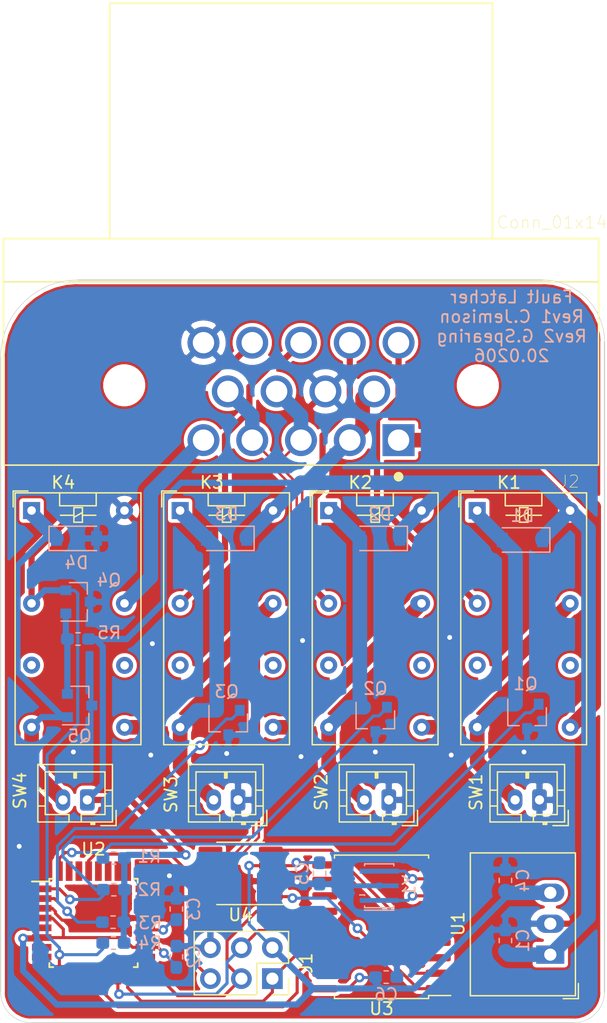
<source format=kicad_pcb>
(kicad_pcb (version 20171130) (host pcbnew 5.1.5-52549c5~84~ubuntu18.04.1)
  (layers (0 F.Cu signal) (31 B.Cu signal) (34 B.Paste user) (35 F.Paste user) (36 B.SilkS user) (37 F.SilkS user) (38 B.Mask user) (39 F.Mask user) (44 Edge.Cuts user))
  (net 0 "")
  (net 1 +12V)
  (net 2 +5V)
  (net 3 "Net-(C3-Pad1)")
  (net 4 "Net-(D1-Pad2)")
  (net 5 "Net-(D2-Pad2)")
  (net 6 "Net-(D3-Pad2)")
  (net 7 "Net-(D4-Pad1)")
  (net 8 /RESET)
  (net 9 /MOSI)
  (net 10 /SCK)
  (net 11 /MISO)
  (net 12 /IMD_FAULT)
  (net 13 /TMS2_FAULT)
  (net 14 /TMS1_FAULT)
  (net 15 /BMS_FAULT)
  (net 16 /LOOP_OUT)
  (net 17 /LOOP_IN)
  (net 18 /IMD_IND)
  (net 19 /BMS_IND)
  (net 20 /TMS1_IND)
  (net 21 /TMS2_IND)
  (net 22 "Net-(Q4-Pad1)")
  (net 23 /CS)
  (net 24 "Net-(U3-Pad8)")
  (net 25 "Net-(U3-Pad7)")
  (net 26 /RX)
  (net 27 /TX)
  (net 28 /l1)
  (net 29 /l2)
  (net 30 /l3)
  (net 31 GND)
  (net 32 /CAN-)
  (net 33 /CAN+)
  (module AERO-footprints:TE_1-776266-1_14pin_Horizontal (layer F.Cu) (at 130.048 77.724 180)
    (fp_text reference J2 (at -22.0027 -7.39933) (layer F.SilkS) (effects (font (size 1.00194 1.00194) (thickness 0.05))))
    (fp_text value Conn_01x14 (at -20.5865 13.8727) (layer F.SilkS) (effects (font (size 1.00056 1.00056) (thickness 0.05))))
    (pad Hole np_thru_hole circle (at 14.5 0.5 180) (size 2.85 2.85) (drill 2.85) (layers *.Cu *.Mask F.SilkS))
    (pad Hole np_thru_hole circle (at -14.5 0.5 180) (size 2.85 2.85) (drill 2.85) (layers *.Cu *.Mask F.SilkS))
    (pad 14 thru_hole circle (at 8 4 180) (size 2.625 2.625) (drill 1.75) (layers *.Cu *.Mask) (net 31 GND))
    (pad 13 thru_hole circle (at 4 4 180) (size 2.625 2.625) (drill 1.75) (layers *.Cu *.Mask) (net 12 /IMD_FAULT))
    (pad 12 thru_hole circle (at 0 4 180) (size 2.625 2.625) (drill 1.75) (layers *.Cu *.Mask) (net 13 /TMS2_FAULT))
    (pad 11 thru_hole circle (at -4 4 180) (size 2.625 2.625) (drill 1.75) (layers *.Cu *.Mask) (net 14 /TMS1_FAULT))
    (pad 10 thru_hole circle (at -8 4 180) (size 2.625 2.625) (drill 1.75) (layers *.Cu *.Mask) (net 15 /BMS_FAULT))
    (pad 9 thru_hole circle (at 6 0 180) (size 2.625 2.625) (drill 1.75) (layers *.Cu *.Mask) (net 32 /CAN-))
    (pad 8 thru_hole circle (at 2 0 180) (size 2.625 2.625) (drill 1.75) (layers *.Cu *.Mask) (net 33 /CAN+))
    (pad 7 thru_hole circle (at -2 0 180) (size 2.625 2.625) (drill 1.75) (layers *.Cu *.Mask) (net 31 GND))
    (pad 6 thru_hole circle (at -6 0 180) (size 2.625 2.625) (drill 1.75) (layers *.Cu *.Mask) (net 1 +12V))
    (pad 5 thru_hole circle (at 8 -4 180) (size 2.625 2.625) (drill 1.75) (layers *.Cu *.Mask) (net 16 /LOOP_OUT))
    (pad 4 thru_hole circle (at 4 -4 180) (size 2.625 2.625) (drill 1.75) (layers *.Cu *.Mask) (net 32 /CAN-))
    (pad 3 thru_hole circle (at 0 -4 180) (size 2.625 2.625) (drill 1.75) (layers *.Cu *.Mask) (net 33 /CAN+))
    (pad 2 thru_hole circle (at -4 -4 180) (size 2.625 2.625) (drill 1.75) (layers *.Cu *.Mask) (net 1 +12V))
    (pad 1 thru_hole rect (at -8 -4 180) (size 2.625 2.625) (drill 1.75) (layers *.Cu *.Mask) (net 17 /LOOP_IN))
  )
  (module Package_TO_SOT_SMD:SOT-23 (layer B.Cu) (at 111.76 94.996)
    (fp_text reference Q4 (at 2.54 -1.778 180) (layer B.SilkS) (effects (justify mirror)))
    (fp_text value 2N7002)
    (pad 3 smd rect (at 1 0) (size 0.9 0.8) (layers B.Cu B.Paste B.Mask) (net 31 GND))
    (pad 2 smd rect (at -1 -0.95) (size 0.9 0.8) (layers B.Cu B.Paste B.Mask) (net 18 /IMD_IND))
    (pad 1 smd rect (at -1 0.95) (size 0.9 0.8) (layers B.Cu B.Paste B.Mask) (net 22 "Net-(Q4-Pad1)"))
  )
  (module Relay_THT:Relay_DPDT_Omron_G5V-2 (layer F.Cu) (at 144.5 87.5)
    (fp_text reference K1 (at 2.6 -2.3) (layer F.SilkS))
    (fp_text value G5V-2)
    (pad 13 thru_hole circle (at 7.62 7.62) (size 1.4 1.4) (drill 0.7) (layers *.Cu *.Mask) (net 28 /l1))
    (pad 9 thru_hole circle (at 7.63 17.79) (size 1.4 1.4) (drill 0.7) (layers *.Cu *.Mask) (net 17 /LOOP_IN))
    (pad 11 thru_hole circle (at 7.63 12.71) (size 1.4 1.4) (drill 0.7) (layers *.Cu *.Mask))
    (pad 4 thru_hole circle (at 0 7.62) (size 1.4 1.4) (drill 0.7) (layers *.Cu *.Mask) (net 15 /BMS_FAULT))
    (pad 8 thru_hole circle (at 0 17.78) (size 1.4 1.4) (drill 0.7) (layers *.Cu *.Mask) (net 4 "Net-(D1-Pad2)"))
    (pad 6 thru_hole circle (at 0 12.69) (size 1.4 1.4) (drill 0.7) (layers *.Cu *.Mask))
    (pad 16 thru_hole circle (at 7.62 0) (size 1.4 1.4) (drill 0.7) (layers *.Cu *.Mask) (net 1 +12V))
    (pad 1 thru_hole rect (at 0 0) (size 1.4 1.4) (drill 0.7) (layers *.Cu *.Mask) (net 4 "Net-(D1-Pad2)"))
  )
  (module Crystal:Resonator_SMD_muRata_CSTxExxV-3Pin_3.0x1.1mm_HandSoldering (layer B.Cu) (at 136.4615 118.3005 90)
    (fp_text reference Y1 (at 0 2.45 270) (layer B.SilkS) (effects (justify mirror)))
    (fp_text value Resonator)
    (pad 3 smd rect (at 1.2 0 90) (size 0.4 3.2) (layers B.Cu B.Paste B.Mask) (net 24 "Net-(U3-Pad8)"))
    (pad 2 smd rect (at 0 0 90) (size 0.4 3.2) (layers B.Cu B.Paste B.Mask) (net 31 GND))
    (pad 1 smd rect (at -1.2 0 90) (size 0.4 3.2) (layers B.Cu B.Paste B.Mask) (net 25 "Net-(U3-Pad7)"))
  )
  (module Package_SO:SOIC-8_3.9x4.9mm_P1.27mm (layer F.Cu) (at 125.095 117.2845 180)
    (fp_text reference U4 (at 0 -3.4) (layer F.SilkS))
    (fp_text value MCP2551-I-SN)
    (pad 8 smd roundrect (at 2.475 -1.905 180) (size 1.95 0.6) (layers F.Cu F.Paste F.Mask))
    (pad 7 smd roundrect (at 2.475 -0.635 180) (size 1.95 0.6) (layers F.Cu F.Paste F.Mask) (net 33 /CAN+))
    (pad 6 smd roundrect (at 2.475 0.635 180) (size 1.95 0.6) (layers F.Cu F.Paste F.Mask) (net 32 /CAN-))
    (pad 5 smd roundrect (at 2.475 1.905 180) (size 1.95 0.6) (layers F.Cu F.Paste F.Mask))
    (pad 4 smd roundrect (at -2.475 1.905 180) (size 1.95 0.6) (layers F.Cu F.Paste F.Mask) (net 26 /RX))
    (pad 3 smd roundrect (at -2.475 0.635 180) (size 1.95 0.6) (layers F.Cu F.Paste F.Mask) (net 2 +5V))
    (pad 2 smd roundrect (at -2.475 -0.635 180) (size 1.95 0.6) (layers F.Cu F.Paste F.Mask) (net 31 GND))
    (pad 1 smd roundrect (at -2.475 -1.905 180) (size 1.95 0.6) (layers F.Cu F.Paste F.Mask) (net 27 /TX))
  )
  (module Package_SO:SOIC-18W_7.5x11.6mm_P1.27mm (layer F.Cu) (at 136.652 121.666 180)
    (fp_text reference U3 (at 0 -6.72) (layer F.SilkS))
    (fp_text value MCP2515-xSO)
    (pad 18 smd roundrect (at 4.65 -5.08 180) (size 2.05 0.6) (layers F.Cu F.Paste F.Mask) (net 2 +5V))
    (pad 17 smd roundrect (at 4.65 -3.81 180) (size 2.05 0.6) (layers F.Cu F.Paste F.Mask))
    (pad 16 smd roundrect (at 4.65 -2.54 180) (size 2.05 0.6) (layers F.Cu F.Paste F.Mask) (net 23 /CS))
    (pad 15 smd roundrect (at 4.65 -1.27 180) (size 2.05 0.6) (layers F.Cu F.Paste F.Mask) (net 11 /MISO))
    (pad 14 smd roundrect (at 4.65 0 180) (size 2.05 0.6) (layers F.Cu F.Paste F.Mask) (net 9 /MOSI))
    (pad 13 smd roundrect (at 4.65 1.27 180) (size 2.05 0.6) (layers F.Cu F.Paste F.Mask) (net 10 /SCK))
    (pad 12 smd roundrect (at 4.65 2.54 180) (size 2.05 0.6) (layers F.Cu F.Paste F.Mask))
    (pad 11 smd roundrect (at 4.65 3.81 180) (size 2.05 0.6) (layers F.Cu F.Paste F.Mask))
    (pad 10 smd roundrect (at 4.65 5.08 180) (size 2.05 0.6) (layers F.Cu F.Paste F.Mask))
    (pad 9 smd roundrect (at -4.65 5.08 180) (size 2.05 0.6) (layers F.Cu F.Paste F.Mask) (net 31 GND))
    (pad 8 smd roundrect (at -4.65 3.81 180) (size 2.05 0.6) (layers F.Cu F.Paste F.Mask) (net 24 "Net-(U3-Pad8)"))
    (pad 7 smd roundrect (at -4.65 2.54 180) (size 2.05 0.6) (layers F.Cu F.Paste F.Mask) (net 25 "Net-(U3-Pad7)"))
    (pad 6 smd roundrect (at -4.65 1.27 180) (size 2.05 0.6) (layers F.Cu F.Paste F.Mask))
    (pad 5 smd roundrect (at -4.65 0 180) (size 2.05 0.6) (layers F.Cu F.Paste F.Mask))
    (pad 4 smd roundrect (at -4.65 -1.27 180) (size 2.05 0.6) (layers F.Cu F.Paste F.Mask))
    (pad 3 smd roundrect (at -4.65 -2.54 180) (size 2.05 0.6) (layers F.Cu F.Paste F.Mask))
    (pad 2 smd roundrect (at -4.65 -3.81 180) (size 2.05 0.6) (layers F.Cu F.Paste F.Mask) (net 26 /RX))
    (pad 1 smd roundrect (at -4.65 -5.08 180) (size 2.05 0.6) (layers F.Cu F.Paste F.Mask) (net 27 /TX))
  )
  (module Package_QFP:TQFP-32_7x7mm_P0.8mm (layer F.Cu) (at 113.03 121.3485)
    (fp_text reference U2 (at 0 -6.05) (layer F.SilkS))
    (fp_text value ATmega328P-AU)
    (pad 32 smd rect (at -2.8 -4.25 90) (size 1.6 0.55) (layers F.Cu F.Paste F.Mask) (net 19 /BMS_IND))
    (pad 31 smd rect (at -2 -4.25 90) (size 1.6 0.55) (layers F.Cu F.Paste F.Mask))
    (pad 30 smd rect (at -1.2 -4.25 90) (size 1.6 0.55) (layers F.Cu F.Paste F.Mask))
    (pad 29 smd rect (at -0.4 -4.25 90) (size 1.6 0.55) (layers F.Cu F.Paste F.Mask) (net 8 /RESET))
    (pad 28 smd rect (at 0.4 -4.25 90) (size 1.6 0.55) (layers F.Cu F.Paste F.Mask))
    (pad 27 smd rect (at 1.2 -4.25 90) (size 1.6 0.55) (layers F.Cu F.Paste F.Mask))
    (pad 26 smd rect (at 2 -4.25 90) (size 1.6 0.55) (layers F.Cu F.Paste F.Mask))
    (pad 25 smd rect (at 2.8 -4.25 90) (size 1.6 0.55) (layers F.Cu F.Paste F.Mask))
    (pad 24 smd rect (at 4.25 -2.8) (size 1.6 0.55) (layers F.Cu F.Paste F.Mask))
    (pad 23 smd rect (at 4.25 -2) (size 1.6 0.55) (layers F.Cu F.Paste F.Mask))
    (pad 22 smd rect (at 4.25 -1.2) (size 1.6 0.55) (layers F.Cu F.Paste F.Mask))
    (pad 21 smd rect (at 4.25 -0.4) (size 1.6 0.55) (layers F.Cu F.Paste F.Mask) (net 31 GND))
    (pad 20 smd rect (at 4.25 0.4) (size 1.6 0.55) (layers F.Cu F.Paste F.Mask) (net 3 "Net-(C3-Pad1)"))
    (pad 19 smd rect (at 4.25 1.2) (size 1.6 0.55) (layers F.Cu F.Paste F.Mask))
    (pad 18 smd rect (at 4.25 2) (size 1.6 0.55) (layers F.Cu F.Paste F.Mask) (net 2 +5V))
    (pad 17 smd rect (at 4.25 2.8) (size 1.6 0.55) (layers F.Cu F.Paste F.Mask) (net 10 /SCK))
    (pad 16 smd rect (at 2.8 4.25 90) (size 1.6 0.55) (layers F.Cu F.Paste F.Mask) (net 11 /MISO))
    (pad 15 smd rect (at 2 4.25 90) (size 1.6 0.55) (layers F.Cu F.Paste F.Mask) (net 9 /MOSI))
    (pad 14 smd rect (at 1.2 4.25 90) (size 1.6 0.55) (layers F.Cu F.Paste F.Mask))
    (pad 13 smd rect (at 0.4 4.25 90) (size 1.6 0.55) (layers F.Cu F.Paste F.Mask) (net 23 /CS))
    (pad 12 smd rect (at -0.4 4.25 90) (size 1.6 0.55) (layers F.Cu F.Paste F.Mask))
    (pad 11 smd rect (at -1.2 4.25 90) (size 1.6 0.55) (layers F.Cu F.Paste F.Mask))
    (pad 10 smd rect (at -2 4.25 90) (size 1.6 0.55) (layers F.Cu F.Paste F.Mask))
    (pad 9 smd rect (at -2.8 4.25 90) (size 1.6 0.55) (layers F.Cu F.Paste F.Mask) (net 18 /IMD_IND))
    (pad 8 smd rect (at -4.25 2.8) (size 1.6 0.55) (layers F.Cu F.Paste F.Mask))
    (pad 7 smd rect (at -4.25 2) (size 1.6 0.55) (layers F.Cu F.Paste F.Mask))
    (pad 6 smd rect (at -4.25 1.2) (size 1.6 0.55) (layers F.Cu F.Paste F.Mask) (net 2 +5V))
    (pad 5 smd rect (at -4.25 0.4) (size 1.6 0.55) (layers F.Cu F.Paste F.Mask) (net 31 GND))
    (pad 4 smd rect (at -4.25 -0.4) (size 1.6 0.55) (layers F.Cu F.Paste F.Mask) (net 2 +5V))
    (pad 3 smd rect (at -4.25 -1.2) (size 1.6 0.55) (layers F.Cu F.Paste F.Mask) (net 31 GND))
    (pad 2 smd rect (at -4.25 -2) (size 1.6 0.55) (layers F.Cu F.Paste F.Mask) (net 21 /TMS2_IND))
    (pad 1 smd rect (at -4.25 -2.8) (size 1.6 0.55) (layers F.Cu F.Paste F.Mask) (net 20 /TMS1_IND))
  )
  (module Converter_DCDC:Converter_DCDC_RECOM_R-78E-0.5_THT (layer F.Cu) (at 150.495 123.952 90)
    (fp_text reference U1 (at 2.54 -7.56 90) (layer F.SilkS))
    (fp_text value R-785.0-0.5)
    (pad 3 thru_hole oval (at 5.08 0 90) (size 1.5 2.3) (drill 1) (layers *.Cu *.Mask) (net 2 +5V))
    (pad 2 thru_hole oval (at 2.54 0 90) (size 1.5 2.3) (drill 1) (layers *.Cu *.Mask) (net 31 GND))
    (pad 1 thru_hole rect (at 0 0 90) (size 1.5 2.3) (drill 1) (layers *.Cu *.Mask) (net 1 +12V))
  )
  (module Connector_JST:JST_PH_B2B-PH-K_1x02_P2.00mm_Vertical (layer F.Cu) (at 112.522 111.252 180)
    (fp_text reference SW4 (at 5.5245 0.762 90) (layer F.SilkS))
    (fp_text value SW_Push)
    (pad 2 thru_hole oval (at 2 0 180) (size 1.2 1.75) (drill 0.75) (layers *.Cu *.Mask) (net 7 "Net-(D4-Pad1)"))
    (pad 1 thru_hole roundrect (at 0 0 180) (size 1.2 1.75) (drill 0.75) (layers *.Cu *.Mask) (roundrect_rratio 0.208333) (net 1 +12V))
  )
  (module Connector_JST:JST_PH_B2B-PH-K_1x02_P2.00mm_Vertical (layer F.Cu) (at 124.883333 111.252 180)
    (fp_text reference SW3 (at 5.503333 0.4445 90) (layer F.SilkS))
    (fp_text value SW_Push)
    (pad 2 thru_hole oval (at 2 0 180) (size 1.2 1.75) (drill 0.75) (layers *.Cu *.Mask) (net 6 "Net-(D3-Pad2)"))
    (pad 1 thru_hole roundrect (at 0 0 180) (size 1.2 1.75) (drill 0.75) (layers *.Cu *.Mask) (roundrect_rratio 0.208333) (net 31 GND))
  )
  (module Connector_JST:JST_PH_B2B-PH-K_1x02_P2.00mm_Vertical (layer F.Cu) (at 137.244666 111.252 180)
    (fp_text reference SW2 (at 5.545666 0.635 90) (layer F.SilkS))
    (fp_text value SW_Push)
    (pad 2 thru_hole oval (at 2 0 180) (size 1.2 1.75) (drill 0.75) (layers *.Cu *.Mask) (net 5 "Net-(D2-Pad2)"))
    (pad 1 thru_hole roundrect (at 0 0 180) (size 1.2 1.75) (drill 0.75) (layers *.Cu *.Mask) (roundrect_rratio 0.208333) (net 31 GND))
  )
  (module Connector_JST:JST_PH_B2B-PH-K_1x02_P2.00mm_Vertical (layer F.Cu) (at 149.606 111.252 180)
    (fp_text reference SW1 (at 5.207 0.635 90) (layer F.SilkS))
    (fp_text value SW_Push)
    (pad 2 thru_hole oval (at 2 0 180) (size 1.2 1.75) (drill 0.75) (layers *.Cu *.Mask) (net 4 "Net-(D1-Pad2)"))
    (pad 1 thru_hole roundrect (at 0 0 180) (size 1.2 1.75) (drill 0.75) (layers *.Cu *.Mask) (roundrect_rratio 0.208333) (net 31 GND))
  )
  (module Resistor_SMD:R_0603_1608Metric_Pad1.05x0.95mm_HandSolder (layer B.Cu) (at 111.76 98.044)
    (fp_text reference R5 (at 2.554 -0.508) (layer B.SilkS) (effects (justify mirror)))
    (fp_text value 1K)
    (pad 2 smd roundrect (at 0.875 0) (size 1.05 0.95) (layers B.Cu B.Paste B.Mask) (net 1 +12V))
    (pad 1 smd roundrect (at -0.875 0) (size 1.05 0.95) (layers B.Cu B.Paste B.Mask) (net 22 "Net-(Q4-Pad1)"))
  )
  (module Resistor_SMD:R_0603_1608Metric_Pad1.05x0.95mm_HandSolder (layer B.Cu) (at 114.667 122.9995 180)
    (fp_text reference R4 (at -2.9985 0) (layer B.SilkS) (effects (justify mirror)))
    (fp_text value 10K)
    (pad 2 smd roundrect (at 0.875 0 180) (size 1.05 0.95) (layers B.Cu B.Paste B.Mask) (net 18 /IMD_IND))
    (pad 1 smd roundrect (at -0.875 0 180) (size 1.05 0.95) (layers B.Cu B.Paste B.Mask) (net 1 +12V))
  )
  (module Resistor_SMD:R_0603_1608Metric_Pad1.05x0.95mm_HandSolder (layer B.Cu) (at 114.6315 121.285 180)
    (fp_text reference R3 (at -3.048 -0.0635) (layer B.SilkS) (effects (justify mirror)))
    (fp_text value 10K)
    (pad 2 smd roundrect (at 0.875 0 180) (size 1.05 0.95) (layers B.Cu B.Paste B.Mask) (net 21 /TMS2_IND))
    (pad 1 smd roundrect (at -0.875 0 180) (size 1.05 0.95) (layers B.Cu B.Paste B.Mask) (net 1 +12V))
  )
  (module Resistor_SMD:R_0603_1608Metric_Pad1.05x0.95mm_HandSolder (layer B.Cu) (at 114.695 118.618 180)
    (fp_text reference R2 (at -2.921 0) (layer B.SilkS) (effects (justify mirror)))
    (fp_text value 10K)
    (pad 2 smd roundrect (at 0.875 0 180) (size 1.05 0.95) (layers B.Cu B.Paste B.Mask) (net 20 /TMS1_IND))
    (pad 1 smd roundrect (at -0.875 0 180) (size 1.05 0.95) (layers B.Cu B.Paste B.Mask) (net 1 +12V))
  )
  (module Resistor_SMD:R_0603_1608Metric_Pad1.05x0.95mm_HandSolder (layer B.Cu) (at 114.681 116.0145 180)
    (fp_text reference R1 (at -2.921 0.127) (layer B.SilkS) (effects (justify mirror)))
    (fp_text value 10K)
    (pad 2 smd roundrect (at 0.875 0 180) (size 1.05 0.95) (layers B.Cu B.Paste B.Mask) (net 19 /BMS_IND))
    (pad 1 smd roundrect (at -0.875 0 180) (size 1.05 0.95) (layers B.Cu B.Paste B.Mask) (net 1 +12V))
  )
  (module Package_TO_SOT_SMD:SOT-23 (layer B.Cu) (at 111.887 103.505)
    (fp_text reference Q5 (at 0 2.5) (layer B.SilkS) (effects (justify mirror)))
    (fp_text value 2N7002)
    (pad 3 smd rect (at 1 0) (size 0.9 0.8) (layers B.Cu B.Paste B.Mask) (net 31 GND))
    (pad 2 smd rect (at -1 -0.95) (size 0.9 0.8) (layers B.Cu B.Paste B.Mask) (net 22 "Net-(Q4-Pad1)"))
    (pad 1 smd rect (at -1 0.95) (size 0.9 0.8) (layers B.Cu B.Paste B.Mask) (net 7 "Net-(D4-Pad1)"))
  )
  (module Package_TO_SOT_SMD:SOT-23 (layer B.Cu) (at 124.079 104.902 270)
    (fp_text reference Q3 (at -2.54 0.127 180) (layer B.SilkS) (effects (justify mirror)))
    (fp_text value 2N7002)
    (pad 3 smd rect (at 1 0 270) (size 0.9 0.8) (layers B.Cu B.Paste B.Mask) (net 31 GND))
    (pad 2 smd rect (at -1 -0.95 270) (size 0.9 0.8) (layers B.Cu B.Paste B.Mask) (net 21 /TMS2_IND))
    (pad 1 smd rect (at -1 0.95 270) (size 0.9 0.8) (layers B.Cu B.Paste B.Mask) (net 6 "Net-(D3-Pad2)"))
  )
  (module Package_TO_SOT_SMD:SOT-23 (layer B.Cu) (at 136.144 104.648 270)
    (fp_text reference Q2 (at -2.54 0) (layer B.SilkS) (effects (justify mirror)))
    (fp_text value 2N7002)
    (pad 3 smd rect (at 1 0 270) (size 0.9 0.8) (layers B.Cu B.Paste B.Mask) (net 31 GND))
    (pad 2 smd rect (at -1 -0.95 270) (size 0.9 0.8) (layers B.Cu B.Paste B.Mask) (net 20 /TMS1_IND))
    (pad 1 smd rect (at -1 0.95 270) (size 0.9 0.8) (layers B.Cu B.Paste B.Mask) (net 5 "Net-(D2-Pad2)"))
  )
  (module Package_TO_SOT_SMD:SOT-23 (layer B.Cu) (at 148.59 104.394 270)
    (fp_text reference Q1 (at -2.667 0.127 180) (layer B.SilkS) (effects (justify mirror)))
    (fp_text value 2N7002)
    (pad 3 smd rect (at 1 0 270) (size 0.9 0.8) (layers B.Cu B.Paste B.Mask) (net 31 GND))
    (pad 2 smd rect (at -1 -0.95 270) (size 0.9 0.8) (layers B.Cu B.Paste B.Mask) (net 19 /BMS_IND))
    (pad 1 smd rect (at -1 0.95 270) (size 0.9 0.8) (layers B.Cu B.Paste B.Mask) (net 4 "Net-(D1-Pad2)"))
  )
  (module Relay_THT:Relay_DPDT_Omron_G5V-2 (layer F.Cu) (at 107.95 87.5)
    (fp_text reference K4 (at 2.6 -2.3) (layer F.SilkS))
    (fp_text value G5V-2)
    (pad 13 thru_hole circle (at 7.62 7.62) (size 1.4 1.4) (drill 0.7) (layers *.Cu *.Mask) (net 16 /LOOP_OUT))
    (pad 9 thru_hole circle (at 7.63 17.79) (size 1.4 1.4) (drill 0.7) (layers *.Cu *.Mask) (net 30 /l3))
    (pad 11 thru_hole circle (at 7.63 12.71) (size 1.4 1.4) (drill 0.7) (layers *.Cu *.Mask))
    (pad 4 thru_hole circle (at 0 7.62) (size 1.4 1.4) (drill 0.7) (layers *.Cu *.Mask) (net 12 /IMD_FAULT))
    (pad 8 thru_hole circle (at 0 17.78) (size 1.4 1.4) (drill 0.7) (layers *.Cu *.Mask) (net 7 "Net-(D4-Pad1)"))
    (pad 6 thru_hole circle (at 0 12.69) (size 1.4 1.4) (drill 0.7) (layers *.Cu *.Mask))
    (pad 16 thru_hole circle (at 7.62 0) (size 1.4 1.4) (drill 0.7) (layers *.Cu *.Mask) (net 31 GND))
    (pad 1 thru_hole rect (at 0 0) (size 1.4 1.4) (drill 0.7) (layers *.Cu *.Mask) (net 7 "Net-(D4-Pad1)"))
  )
  (module Relay_THT:Relay_DPDT_Omron_G5V-2 (layer F.Cu) (at 120.133333 87.5)
    (fp_text reference K3 (at 2.6 -2.3) (layer F.SilkS))
    (fp_text value G5V-2)
    (pad 13 thru_hole circle (at 7.62 7.62) (size 1.4 1.4) (drill 0.7) (layers *.Cu *.Mask) (net 30 /l3))
    (pad 9 thru_hole circle (at 7.63 17.79) (size 1.4 1.4) (drill 0.7) (layers *.Cu *.Mask) (net 29 /l2))
    (pad 11 thru_hole circle (at 7.63 12.71) (size 1.4 1.4) (drill 0.7) (layers *.Cu *.Mask))
    (pad 4 thru_hole circle (at 0 7.62) (size 1.4 1.4) (drill 0.7) (layers *.Cu *.Mask) (net 13 /TMS2_FAULT))
    (pad 8 thru_hole circle (at 0 17.78) (size 1.4 1.4) (drill 0.7) (layers *.Cu *.Mask) (net 6 "Net-(D3-Pad2)"))
    (pad 6 thru_hole circle (at 0 12.69) (size 1.4 1.4) (drill 0.7) (layers *.Cu *.Mask))
    (pad 16 thru_hole circle (at 7.62 0) (size 1.4 1.4) (drill 0.7) (layers *.Cu *.Mask) (net 1 +12V))
    (pad 1 thru_hole rect (at 0 0) (size 1.4 1.4) (drill 0.7) (layers *.Cu *.Mask) (net 6 "Net-(D3-Pad2)"))
  )
  (module Relay_THT:Relay_DPDT_Omron_G5V-2 (layer F.Cu) (at 132.316666 87.5)
    (fp_text reference K2 (at 2.6 -2.3) (layer F.SilkS))
    (fp_text value G5V-2)
    (pad 13 thru_hole circle (at 7.62 7.62) (size 1.4 1.4) (drill 0.7) (layers *.Cu *.Mask) (net 29 /l2))
    (pad 9 thru_hole circle (at 7.63 17.79) (size 1.4 1.4) (drill 0.7) (layers *.Cu *.Mask) (net 28 /l1))
    (pad 11 thru_hole circle (at 7.63 12.71) (size 1.4 1.4) (drill 0.7) (layers *.Cu *.Mask))
    (pad 4 thru_hole circle (at 0 7.62) (size 1.4 1.4) (drill 0.7) (layers *.Cu *.Mask) (net 14 /TMS1_FAULT))
    (pad 8 thru_hole circle (at 0 17.78) (size 1.4 1.4) (drill 0.7) (layers *.Cu *.Mask) (net 5 "Net-(D2-Pad2)"))
    (pad 6 thru_hole circle (at 0 12.69) (size 1.4 1.4) (drill 0.7) (layers *.Cu *.Mask))
    (pad 16 thru_hole circle (at 7.62 0) (size 1.4 1.4) (drill 0.7) (layers *.Cu *.Mask) (net 1 +12V))
    (pad 1 thru_hole rect (at 0 0) (size 1.4 1.4) (drill 0.7) (layers *.Cu *.Mask) (net 5 "Net-(D2-Pad2)"))
  )
  (module Connector_PinSocket_2.54mm:PinSocket_2x03_P2.54mm_Vertical (layer F.Cu) (at 127.6985 125.9205 270)
    (fp_text reference J1 (at -1.27 -2.77 90) (layer F.SilkS))
    (fp_text value Conn_02x03_Odd_Even)
    (pad 6 thru_hole oval (at -2.54 5.08 270) (size 1.7 1.7) (drill 1) (layers *.Cu *.Mask) (net 31 GND))
    (pad 5 thru_hole oval (at 0 5.08 270) (size 1.7 1.7) (drill 1) (layers *.Cu *.Mask) (net 8 /RESET))
    (pad 4 thru_hole oval (at -2.54 2.54 270) (size 1.7 1.7) (drill 1) (layers *.Cu *.Mask) (net 9 /MOSI))
    (pad 3 thru_hole oval (at 0 2.54 270) (size 1.7 1.7) (drill 1) (layers *.Cu *.Mask) (net 10 /SCK))
    (pad 2 thru_hole oval (at -2.54 0 270) (size 1.7 1.7) (drill 1) (layers *.Cu *.Mask) (net 2 +5V))
    (pad 1 thru_hole rect (at 0 0 270) (size 1.7 1.7) (drill 1) (layers *.Cu *.Mask) (net 11 /MISO))
  )
  (module Diode_SMD:D_SOD-123 (layer B.Cu) (at 111.633 89.789)
    (fp_text reference D4 (at 0 2) (layer B.SilkS) (effects (justify mirror)))
    (fp_text value 1N4148)
    (pad 2 smd rect (at 1.65 0) (size 0.9 1.2) (layers B.Cu B.Paste B.Mask) (net 31 GND))
    (pad 1 smd rect (at -1.65 0) (size 0.9 1.2) (layers B.Cu B.Paste B.Mask) (net 7 "Net-(D4-Pad1)"))
  )
  (module Diode_SMD:D_SOD-123 (layer B.Cu) (at 123.952 89.789 180)
    (fp_text reference D3 (at 0 2) (layer B.SilkS) (effects (justify mirror)))
    (fp_text value 1N4148)
    (pad 2 smd rect (at 1.65 0 180) (size 0.9 1.2) (layers B.Cu B.Paste B.Mask) (net 6 "Net-(D3-Pad2)"))
    (pad 1 smd rect (at -1.65 0 180) (size 0.9 1.2) (layers B.Cu B.Paste B.Mask) (net 1 +12V))
  )
  (module Diode_SMD:D_SOD-123 (layer B.Cu) (at 136.525 89.789 180)
    (fp_text reference D2 (at 0 2) (layer B.SilkS) (effects (justify mirror)))
    (fp_text value 1N4148)
    (pad 2 smd rect (at 1.65 0 180) (size 0.9 1.2) (layers B.Cu B.Paste B.Mask) (net 5 "Net-(D2-Pad2)"))
    (pad 1 smd rect (at -1.65 0 180) (size 0.9 1.2) (layers B.Cu B.Paste B.Mask) (net 1 +12V))
  )
  (module Diode_SMD:D_SOD-123 (layer B.Cu) (at 148.209 89.916 180)
    (fp_text reference D1 (at 0 2) (layer B.SilkS) (effects (justify mirror)))
    (fp_text value 1N4148)
    (pad 2 smd rect (at 1.65 0 180) (size 0.9 1.2) (layers B.Cu B.Paste B.Mask) (net 4 "Net-(D1-Pad2)"))
    (pad 1 smd rect (at -1.65 0 180) (size 0.9 1.2) (layers B.Cu B.Paste B.Mask) (net 1 +12V))
  )
  (module Capacitor_SMD:C_0603_1608Metric_Pad1.05x0.95mm_HandSolder (layer B.Cu) (at 137.033 125.7935)
    (fp_text reference C6 (at 0 1.43) (layer B.SilkS) (effects (justify mirror)))
    (fp_text value 0.1u)
    (pad 2 smd roundrect (at 0.875 0) (size 1.05 0.95) (layers B.Cu B.Paste B.Mask) (net 31 GND))
    (pad 1 smd roundrect (at -0.875 0) (size 1.05 0.95) (layers B.Cu B.Paste B.Mask) (net 2 +5V))
  )
  (module Capacitor_SMD:C_0603_1608Metric_Pad1.05x0.95mm_HandSolder (layer B.Cu) (at 131.572 117.2845 270)
    (fp_text reference C5 (at 0 1.43 270) (layer B.SilkS) (effects (justify mirror)))
    (fp_text value 0.1u)
    (pad 2 smd roundrect (at 0.875 0 270) (size 1.05 0.95) (layers B.Cu B.Paste B.Mask) (net 31 GND))
    (pad 1 smd roundrect (at -0.875 0 270) (size 1.05 0.95) (layers B.Cu B.Paste B.Mask) (net 2 +5V))
  )
  (module Capacitor_SMD:C_0603_1608Metric_Pad1.05x0.95mm_HandSolder (layer B.Cu) (at 146.812 117.856 90)
    (fp_text reference C4 (at 0 1.43 -90) (layer B.SilkS) (effects (justify mirror)))
    (fp_text value 10u)
    (pad 2 smd roundrect (at 0.875 0 90) (size 1.05 0.95) (layers B.Cu B.Paste B.Mask) (net 31 GND))
    (pad 1 smd roundrect (at -0.875 0 90) (size 1.05 0.95) (layers B.Cu B.Paste B.Mask) (net 2 +5V))
  )
  (module Capacitor_SMD:C_0603_1608Metric_Pad1.05x0.95mm_HandSolder (layer B.Cu) (at 119.8245 120.2055 90)
    (fp_text reference C3 (at 0 1.43 270) (layer B.SilkS) (effects (justify mirror)))
    (fp_text value 0.1u)
    (pad 2 smd roundrect (at 0.875 0 90) (size 1.05 0.95) (layers B.Cu B.Paste B.Mask) (net 31 GND))
    (pad 1 smd roundrect (at -0.875 0 90) (size 1.05 0.95) (layers B.Cu B.Paste B.Mask) (net 3 "Net-(C3-Pad1)"))
  )
  (module Capacitor_SMD:C_0603_1608Metric_Pad1.05x0.95mm_HandSolder (layer B.Cu) (at 119.8245 124.1285 90)
    (fp_text reference C2 (at 0 1.43 -90) (layer B.SilkS) (effects (justify mirror)))
    (fp_text value 0.1u)
    (pad 2 smd roundrect (at 0.875 0 90) (size 1.05 0.95) (layers B.Cu B.Paste B.Mask) (net 31 GND))
    (pad 1 smd roundrect (at -0.875 0 90) (size 1.05 0.95) (layers B.Cu B.Paste B.Mask) (net 2 +5V))
  )
  (module Capacitor_SMD:C_0603_1608Metric_Pad1.05x0.95mm_HandSolder (layer B.Cu) (at 146.812 122.795 90)
    (fp_text reference C1 (at 0 1.43 270) (layer B.SilkS) (effects (justify mirror)))
    (fp_text value 0.1u)
    (pad 2 smd roundrect (at 0.875 0 90) (size 1.05 0.95) (layers B.Cu B.Paste B.Mask) (net 31 GND))
    (pad 1 smd roundrect (at -0.875 0 90) (size 1.05 0.95) (layers B.Cu B.Paste B.Mask) (net 1 +12V))
  )
  (gr_text "Fault Latcher\nRev1 C.Jemison\nRev2 G.Spearing\n20.0206" (at 147.32 72.39) (layer B.SilkS) (effects (font (size 1 1)) (justify mirror)))
  (gr_arc (start 149.86 73.66) (end 154.94 73.66) (angle -90) (layer Edge.Cuts) (width 0.05))
  (gr_arc (start 111.76 74.93) (end 111.76 68.58) (angle -90) (layer Edge.Cuts) (width 0.05))
  (gr_arc (start 107.95 127) (end 105.41 127) (angle -90) (layer Edge.Cuts) (width 0.05))
  (gr_arc (start 152.4 127) (end 152.4 129.54) (angle -90) (layer Edge.Cuts) (width 0.05))
  (gr_line (start 154.94 73.66) (end 154.94 127) (layer Edge.Cuts) (width 0.1))
  (gr_line (start 111.76 68.58) (end 149.86 68.58) (layer Edge.Cuts) (width 0.1))
  (gr_line (start 105.41 127) (end 105.41 74.93) (layer Edge.Cuts) (width 0.1))
  (gr_line (start 152.4 129.54) (end 107.95 129.54) (layer Edge.Cuts) (width 0.1))
  (segment (start 153.630001 89.010001) (end 152.819999 88.199999) (width 1.2) (layer B.Cu) (net 1))
  (segment (start 152.819999 88.199999) (end 152.12 87.5) (width 1.2) (layer B.Cu) (net 1))
  (segment (start 153.630001 120.869044) (end 153.630001 89.010001) (width 1.2) (layer B.Cu) (net 1))
  (segment (start 150.547045 123.952) (end 153.630001 120.869044) (width 1.2) (layer B.Cu) (net 1))
  (segment (start 150.495 123.952) (end 150.547045 123.952) (width 1.2) (layer B.Cu) (net 1))
  (segment (start 152.12 87.5) (end 149.837 85.217) (width 1.2) (layer B.Cu) (net 1))
  (segment (start 142.219666 85.217) (end 139.936666 87.5) (width 1.2) (layer B.Cu) (net 1))
  (segment (start 149.837 85.217) (end 142.219666 85.217) (width 1.2) (layer B.Cu) (net 1))
  (segment (start 130.036333 85.217) (end 127.753333 87.5) (width 1.2) (layer B.Cu) (net 1))
  (segment (start 147.094 123.952) (end 146.812 123.67) (width 1.2) (layer B.Cu) (net 1))
  (segment (start 150.495 123.952) (end 147.094 123.952) (width 1.2) (layer B.Cu) (net 1))
  (segment (start 125.602 89.651333) (end 127.753333 87.5) (width 1.2) (layer B.Cu) (net 1))
  (segment (start 125.602 89.789) (end 125.602 89.651333) (width 1.2) (layer B.Cu) (net 1))
  (segment (start 138.175 89.261666) (end 139.936666 87.5) (width 1.2) (layer B.Cu) (net 1))
  (segment (start 138.175 89.789) (end 138.175 89.261666) (width 1.2) (layer B.Cu) (net 1))
  (segment (start 149.859 89.761) (end 152.12 87.5) (width 1.2) (layer B.Cu) (net 1))
  (segment (start 149.859 89.916) (end 149.859 89.761) (width 1.2) (layer B.Cu) (net 1))
  (segment (start 130.555 85.217) (end 130.048 85.217) (width 1.2) (layer B.Cu) (net 1))
  (segment (start 134.048 81.724) (end 130.555 85.217) (width 1.2) (layer B.Cu) (net 1))
  (segment (start 142.219666 85.217) (end 130.048 85.217) (width 1.2) (layer B.Cu) (net 1))
  (segment (start 130.048 85.217) (end 130.036333 85.217) (width 1.2) (layer B.Cu) (net 1))
  (segment (start 118.78301 86.633121) (end 118.78301 95.02149) (width 0.508) (layer B.Cu) (net 1))
  (segment (start 130.036333 85.217) (end 120.199131 85.217) (width 0.508) (layer B.Cu) (net 1))
  (segment (start 120.199131 85.217) (end 118.78301 86.633121) (width 0.508) (layer B.Cu) (net 1))
  (segment (start 115.7605 98.044) (end 112.635 98.044) (width 0.508) (layer B.Cu) (net 1))
  (segment (start 118.78301 95.02149) (end 115.7605 98.044) (width 0.508) (layer B.Cu) (net 1))
  (segment (start 113.122 110.652) (end 112.522 111.252) (width 0.508) (layer B.Cu) (net 1))
  (segment (start 113.791001 109.982999) (end 113.122 110.652) (width 0.508) (layer B.Cu) (net 1))
  (segment (start 113.791001 98.675001) (end 113.791001 109.982999) (width 0.508) (layer B.Cu) (net 1))
  (segment (start 113.16 98.044) (end 113.791001 98.675001) (width 0.508) (layer B.Cu) (net 1))
  (segment (start 112.635 98.044) (end 113.16 98.044) (width 0.508) (layer B.Cu) (net 1))
  (via (at 120.5865 115.7605) (size 0.8) (drill 0.4) (layers F.Cu B.Cu) (net 1))
  (segment (start 112.522 111.252) (end 116.078 111.252) (width 0.508) (layer F.Cu) (net 1))
  (segment (start 116.078 111.252) (end 120.5865 115.7605) (width 0.508) (layer F.Cu) (net 1))
  (segment (start 115.81 115.7605) (end 115.556 116.0145) (width 0.508) (layer B.Cu) (net 1))
  (segment (start 120.5865 115.7605) (end 115.81 115.7605) (width 0.508) (layer B.Cu) (net 1))
  (segment (start 115.556 118.604) (end 115.57 118.618) (width 0.508) (layer B.Cu) (net 1))
  (segment (start 115.556 116.0145) (end 115.556 118.604) (width 0.508) (layer B.Cu) (net 1))
  (segment (start 115.57 121.2215) (end 115.5065 121.285) (width 0.508) (layer B.Cu) (net 1))
  (segment (start 115.57 118.618) (end 115.57 121.2215) (width 0.508) (layer B.Cu) (net 1))
  (segment (start 115.5065 122.964) (end 115.542 122.9995) (width 0.508) (layer B.Cu) (net 1))
  (segment (start 115.5065 121.285) (end 115.5065 122.964) (width 0.508) (layer B.Cu) (net 1))
  (segment (start 135.10201 80.66999) (end 134.048 81.724) (width 1.2) (layer F.Cu) (net 1))
  (segment (start 135.10201 78.25799) (end 135.10201 80.66999) (width 1.2) (layer F.Cu) (net 1))
  (segment (start 135.636 77.724) (end 135.10201 78.25799) (width 1.2) (layer F.Cu) (net 1))
  (segment (start 136.048 77.724) (end 135.636 77.724) (width 1.2) (layer F.Cu) (net 1))
  (segment (start 146.953 118.872) (end 146.812 118.731) (width 1.2) (layer B.Cu) (net 2))
  (segment (start 150.495 118.872) (end 146.953 118.872) (width 1.2) (layer B.Cu) (net 2))
  (via (at 118.80035 123.827587) (size 0.8) (drill 0.4) (layers F.Cu B.Cu) (net 2))
  (segment (start 119.8245 125.0035) (end 119.8245 124.851737) (width 0.254) (layer B.Cu) (net 2))
  (segment (start 119.8245 124.851737) (end 118.80035 123.827587) (width 0.254) (layer B.Cu) (net 2))
  (segment (start 118.321263 123.3485) (end 117.28 123.3485) (width 0.254) (layer F.Cu) (net 2))
  (segment (start 118.80035 123.827587) (end 118.321263 123.3485) (width 0.254) (layer F.Cu) (net 2))
  (via (at 134.846 125.829) (size 0.8) (drill 0.4) (layers F.Cu B.Cu) (net 2))
  (segment (start 133.929 126.746) (end 134.846 125.829) (width 0.254) (layer F.Cu) (net 2))
  (segment (start 132.002 126.746) (end 133.929 126.746) (width 0.254) (layer F.Cu) (net 2))
  (segment (start 116.226 123.3485) (end 117.28 123.3485) (width 0.254) (layer F.Cu) (net 2))
  (segment (start 115.426 122.5485) (end 116.226 123.3485) (width 0.254) (layer F.Cu) (net 2))
  (segment (start 110.5535 121.858398) (end 110.5535 122.555) (width 0.254) (layer F.Cu) (net 2))
  (segment (start 109.643602 120.9485) (end 110.5535 121.858398) (width 0.254) (layer F.Cu) (net 2))
  (segment (start 108.78 120.9485) (end 109.643602 120.9485) (width 0.254) (layer F.Cu) (net 2))
  (segment (start 108.78 122.5485) (end 110.5535 122.555) (width 0.254) (layer F.Cu) (net 2))
  (segment (start 110.5535 122.555) (end 115.426 122.5485) (width 0.254) (layer F.Cu) (net 2))
  (via (at 129.667 116.3955) (size 0.8) (drill 0.4) (layers F.Cu B.Cu) (net 2))
  (segment (start 127.57 116.6495) (end 129.413 116.6495) (width 0.254) (layer F.Cu) (net 2))
  (segment (start 129.413 116.6495) (end 129.667 116.3955) (width 0.254) (layer F.Cu) (net 2))
  (segment (start 131.558 116.3955) (end 131.572 116.4095) (width 0.254) (layer B.Cu) (net 2))
  (segment (start 129.667 116.3955) (end 131.558 116.3955) (width 0.254) (layer B.Cu) (net 2))
  (segment (start 136.1225 125.829) (end 136.158 125.7935) (width 0.254) (layer B.Cu) (net 2))
  (segment (start 134.846 125.829) (end 136.1225 125.829) (width 0.254) (layer B.Cu) (net 2))
  (segment (start 127.57 116.6495) (end 126.4285 116.6495) (width 0.254) (layer F.Cu) (net 2))
  (via (at 125.7935 116.6495) (size 0.8) (drill 0.4) (layers F.Cu B.Cu) (net 2))
  (segment (start 126.4285 116.6495) (end 125.7935 116.6495) (width 0.254) (layer F.Cu) (net 2))
  (segment (start 125.7935 121.4755) (end 127.6985 123.3805) (width 0.254) (layer B.Cu) (net 2))
  (segment (start 125.7935 116.6495) (end 125.7935 121.4755) (width 0.254) (layer B.Cu) (net 2))
  (segment (start 136.158 126.2685) (end 136.158 125.7935) (width 0.508) (layer B.Cu) (net 2))
  (segment (start 136.61201 126.72251) (end 136.158 126.2685) (width 0.508) (layer B.Cu) (net 2))
  (segment (start 139.34549 126.72251) (end 136.61201 126.72251) (width 0.508) (layer B.Cu) (net 2))
  (segment (start 146.812 119.256) (end 139.34549 126.72251) (width 0.508) (layer B.Cu) (net 2))
  (segment (start 146.812 118.731) (end 146.812 119.256) (width 0.508) (layer B.Cu) (net 2))
  (segment (start 131.04051 126.72251) (end 127.6985 123.3805) (width 0.508) (layer B.Cu) (net 2))
  (segment (start 136.61201 126.72251) (end 131.04051 126.72251) (width 0.508) (layer B.Cu) (net 2))
  (segment (start 129.718519 128.044501) (end 110.010501 128.044501) (width 0.508) (layer B.Cu) (net 2))
  (segment (start 131.04051 126.72251) (end 129.718519 128.044501) (width 0.508) (layer B.Cu) (net 2))
  (via (at 107.2515 122.6185) (size 0.8) (drill 0.4) (layers F.Cu B.Cu) (net 2))
  (segment (start 110.010501 128.044501) (end 107.2515 125.2855) (width 0.508) (layer B.Cu) (net 2))
  (segment (start 107.2515 125.2855) (end 107.2515 122.6185) (width 0.508) (layer B.Cu) (net 2))
  (segment (start 108.71 122.6185) (end 108.78 122.5485) (width 0.508) (layer F.Cu) (net 2))
  (segment (start 107.2515 122.6185) (end 108.71 122.6185) (width 0.508) (layer F.Cu) (net 2))
  (via (at 118.745 121.92) (size 0.8) (drill 0.4) (layers F.Cu B.Cu) (net 3))
  (segment (start 119.8245 121.0805) (end 119.5845 121.0805) (width 0.254) (layer B.Cu) (net 3))
  (segment (start 119.5845 121.0805) (end 118.745 121.92) (width 0.254) (layer B.Cu) (net 3))
  (segment (start 117.4515 121.92) (end 117.28 121.7485) (width 0.254) (layer F.Cu) (net 3))
  (segment (start 118.745 121.92) (end 117.4515 121.92) (width 0.254) (layer F.Cu) (net 3))
  (segment (start 146.386 103.394) (end 144.5 105.28) (width 1.2) (layer B.Cu) (net 4))
  (segment (start 147.64 103.394) (end 146.386 103.394) (width 1.2) (layer B.Cu) (net 4))
  (segment (start 144.5 87.857) (end 146.559 89.916) (width 1.2) (layer B.Cu) (net 4))
  (segment (start 144.5 87.5) (end 144.5 87.857) (width 1.2) (layer B.Cu) (net 4))
  (segment (start 147.64 90.997) (end 146.559 89.916) (width 1.2) (layer B.Cu) (net 4))
  (segment (start 147.64 103.394) (end 147.64 90.997) (width 1.2) (layer B.Cu) (net 4))
  (segment (start 144.5 108.146) (end 147.606 111.252) (width 1.2) (layer F.Cu) (net 4))
  (segment (start 144.5 105.28) (end 144.5 108.146) (width 1.2) (layer F.Cu) (net 4))
  (segment (start 133.948666 103.648) (end 132.316666 105.28) (width 1.2) (layer B.Cu) (net 5))
  (segment (start 135.194 103.648) (end 133.948666 103.648) (width 1.2) (layer B.Cu) (net 5))
  (segment (start 132.586 87.5) (end 134.875 89.789) (width 1.2) (layer B.Cu) (net 5))
  (segment (start 132.316666 87.5) (end 132.586 87.5) (width 1.2) (layer B.Cu) (net 5))
  (segment (start 134.875 103.329) (end 135.194 103.648) (width 1.2) (layer B.Cu) (net 5))
  (segment (start 134.875 89.789) (end 134.875 103.329) (width 1.2) (layer B.Cu) (net 5))
  (segment (start 132.316666 108.324) (end 135.244666 111.252) (width 1.2) (layer F.Cu) (net 5))
  (segment (start 132.316666 105.28) (end 132.316666 108.324) (width 1.2) (layer F.Cu) (net 5))
  (segment (start 121.511333 103.902) (end 120.133333 105.28) (width 1.2) (layer B.Cu) (net 6))
  (segment (start 123.129 103.902) (end 121.511333 103.902) (width 1.2) (layer B.Cu) (net 6))
  (segment (start 120.133333 87.620333) (end 122.302 89.789) (width 1.2) (layer B.Cu) (net 6))
  (segment (start 120.133333 87.5) (end 120.133333 87.620333) (width 1.2) (layer B.Cu) (net 6))
  (segment (start 123.129 90.616) (end 122.302 89.789) (width 1.2) (layer B.Cu) (net 6))
  (segment (start 123.129 103.902) (end 123.129 90.616) (width 1.2) (layer B.Cu) (net 6))
  (segment (start 120.133333 108.502) (end 122.883333 111.252) (width 1.2) (layer F.Cu) (net 6))
  (segment (start 120.133333 105.28) (end 120.133333 108.502) (width 1.2) (layer F.Cu) (net 6))
  (segment (start 108.775 104.455) (end 107.95 105.28) (width 0.508) (layer B.Cu) (net 7))
  (segment (start 110.887 104.455) (end 108.775 104.455) (width 0.508) (layer B.Cu) (net 7))
  (segment (start 107.95 87.756) (end 109.983 89.789) (width 1.2) (layer B.Cu) (net 7))
  (segment (start 107.95 87.5) (end 107.95 87.756) (width 1.2) (layer B.Cu) (net 7))
  (segment (start 106.795999 100.743921) (end 106.795999 92.340001) (width 0.508) (layer B.Cu) (net 7))
  (segment (start 110.887 104.455) (end 110.507078 104.455) (width 0.508) (layer B.Cu) (net 7))
  (segment (start 110.507078 104.455) (end 106.795999 100.743921) (width 0.508) (layer B.Cu) (net 7))
  (segment (start 106.795999 92.018001) (end 106.795999 92.340001) (width 0.508) (layer B.Cu) (net 7))
  (segment (start 109.025 89.789) (end 106.795999 92.018001) (width 0.508) (layer B.Cu) (net 7))
  (segment (start 109.983 89.789) (end 109.025 89.789) (width 0.508) (layer B.Cu) (net 7))
  (segment (start 107.95 108.68) (end 110.522 111.252) (width 1.2) (layer F.Cu) (net 7))
  (segment (start 107.95 105.28) (end 107.95 108.68) (width 1.2) (layer F.Cu) (net 7))
  (segment (start 112.63 116.234898) (end 113.167898 115.697) (width 0.254) (layer F.Cu) (net 8))
  (segment (start 112.63 117.0985) (end 112.63 116.234898) (width 0.254) (layer F.Cu) (net 8))
  (segment (start 113.167898 115.697) (end 119.3165 115.697) (width 0.254) (layer F.Cu) (net 8))
  (segment (start 119.3165 115.697) (end 120.904 117.2845) (width 0.254) (layer F.Cu) (net 8))
  (segment (start 120.904 124.206) (end 122.6185 125.9205) (width 0.254) (layer F.Cu) (net 8))
  (segment (start 120.904 117.2845) (end 120.904 124.206) (width 0.254) (layer F.Cu) (net 8))
  (via (at 115.1255 127.1905) (size 0.8) (drill 0.4) (layers F.Cu B.Cu) (net 9))
  (segment (start 115.03 125.5985) (end 115.03 127.095) (width 0.254) (layer F.Cu) (net 9))
  (segment (start 115.03 127.095) (end 115.1255 127.1905) (width 0.254) (layer F.Cu) (net 9))
  (segment (start 123.981499 124.557501) (end 124.308501 124.230499) (width 0.254) (layer B.Cu) (net 9))
  (segment (start 123.981499 126.299463) (end 123.981499 124.557501) (width 0.254) (layer B.Cu) (net 9))
  (segment (start 124.308501 124.230499) (end 125.1585 123.3805) (width 0.254) (layer B.Cu) (net 9))
  (segment (start 123.090462 127.1905) (end 123.981499 126.299463) (width 0.254) (layer B.Cu) (net 9))
  (segment (start 115.1255 127.1905) (end 123.090462 127.1905) (width 0.254) (layer B.Cu) (net 9))
  (segment (start 126.008499 122.530501) (end 125.1585 123.3805) (width 0.254) (layer F.Cu) (net 9))
  (segment (start 126.573 121.966) (end 126.008499 122.530501) (width 0.254) (layer F.Cu) (net 9))
  (segment (start 131.702 121.966) (end 126.573 121.966) (width 0.254) (layer F.Cu) (net 9))
  (segment (start 132.002 121.666) (end 131.702 121.966) (width 0.254) (layer F.Cu) (net 9))
  (segment (start 117.28 124.6775) (end 119.92 127.3175) (width 0.254) (layer F.Cu) (net 10))
  (segment (start 117.28 124.1485) (end 117.28 124.6775) (width 0.254) (layer F.Cu) (net 10))
  (segment (start 123.7615 127.3175) (end 125.1585 125.9205) (width 0.254) (layer F.Cu) (net 10))
  (segment (start 119.92 127.3175) (end 123.7615 127.3175) (width 0.254) (layer F.Cu) (net 10))
  (segment (start 123.981499 124.743499) (end 124.308501 125.070501) (width 0.254) (layer F.Cu) (net 10))
  (segment (start 123.981499 122.815539) (end 123.981499 124.743499) (width 0.254) (layer F.Cu) (net 10))
  (segment (start 126.401038 120.396) (end 123.981499 122.815539) (width 0.254) (layer F.Cu) (net 10))
  (segment (start 124.308501 125.070501) (end 125.1585 125.9205) (width 0.254) (layer F.Cu) (net 10))
  (segment (start 132.002 120.396) (end 126.401038 120.396) (width 0.254) (layer F.Cu) (net 10))
  (segment (start 127.6985 127.0245) (end 127.6985 125.9205) (width 0.254) (layer F.Cu) (net 11))
  (segment (start 126.95149 127.77151) (end 127.6985 127.0245) (width 0.254) (layer F.Cu) (net 11))
  (segment (start 116.94901 127.77151) (end 126.95149 127.77151) (width 0.254) (layer F.Cu) (net 11))
  (segment (start 115.83 126.6525) (end 116.94901 127.77151) (width 0.254) (layer F.Cu) (net 11))
  (segment (start 115.83 125.5985) (end 115.83 126.6525) (width 0.254) (layer F.Cu) (net 11))
  (segment (start 130.683 122.936) (end 127.6985 125.9205) (width 0.254) (layer F.Cu) (net 11))
  (segment (start 132.002 122.936) (end 130.683 122.936) (width 0.254) (layer F.Cu) (net 11))
  (segment (start 107.95 91.207578) (end 107.95 94.130051) (width 0.508) (layer F.Cu) (net 12))
  (segment (start 123.667077 75.490501) (end 107.95 91.207578) (width 0.508) (layer F.Cu) (net 12))
  (segment (start 124.281499 75.490501) (end 123.667077 75.490501) (width 0.508) (layer F.Cu) (net 12))
  (segment (start 107.95 94.130051) (end 107.95 95.12) (width 0.508) (layer F.Cu) (net 12))
  (segment (start 126.048 73.724) (end 124.281499 75.490501) (width 0.508) (layer F.Cu) (net 12))
  (segment (start 120.833332 94.420001) (end 120.133333 95.12) (width 0.508) (layer F.Cu) (net 13))
  (segment (start 123.814501 91.438832) (end 120.833332 94.420001) (width 0.508) (layer F.Cu) (net 13))
  (segment (start 123.814501 81.343077) (end 123.814501 91.438832) (width 0.508) (layer F.Cu) (net 13))
  (segment (start 125.814501 79.343077) (end 123.814501 81.343077) (width 0.508) (layer F.Cu) (net 13))
  (segment (start 125.814501 77.343077) (end 125.814501 79.343077) (width 0.508) (layer F.Cu) (net 13))
  (segment (start 128.121079 75.036499) (end 125.814501 77.343077) (width 0.508) (layer F.Cu) (net 13))
  (segment (start 128.735501 75.036499) (end 128.121079 75.036499) (width 0.508) (layer F.Cu) (net 13))
  (segment (start 130.048 73.724) (end 128.735501 75.036499) (width 0.508) (layer F.Cu) (net 13))
  (segment (start 131.616667 94.420001) (end 132.316666 95.12) (width 0.508) (layer F.Cu) (net 14))
  (segment (start 131.162665 93.965999) (end 131.616667 94.420001) (width 0.508) (layer F.Cu) (net 14))
  (segment (start 131.814501 85.784963) (end 131.162665 86.436799) (width 0.508) (layer F.Cu) (net 14))
  (segment (start 131.814501 81.343077) (end 131.814501 85.784963) (width 0.508) (layer F.Cu) (net 14))
  (segment (start 131.162665 86.436799) (end 131.162665 93.965999) (width 0.508) (layer F.Cu) (net 14))
  (segment (start 134.048 79.109578) (end 131.814501 81.343077) (width 0.508) (layer F.Cu) (net 14))
  (segment (start 134.048 73.724) (end 134.048 79.109578) (width 0.508) (layer F.Cu) (net 14))
  (segment (start 143.800001 94.420001) (end 144.5 95.12) (width 0.508) (layer F.Cu) (net 15))
  (segment (start 136.281499 86.901499) (end 143.800001 94.420001) (width 0.508) (layer F.Cu) (net 15))
  (segment (start 136.281499 80.048299) (end 136.281499 86.901499) (width 0.508) (layer F.Cu) (net 15))
  (segment (start 138.048 78.281798) (end 136.281499 80.048299) (width 0.508) (layer F.Cu) (net 15))
  (segment (start 138.048 73.724) (end 138.048 78.281798) (width 0.508) (layer F.Cu) (net 15))
  (segment (start 122.048 81.724) (end 117.729 86.043) (width 1.2) (layer B.Cu) (net 16))
  (segment (start 117.729 92.961) (end 115.57 95.12) (width 1.2) (layer B.Cu) (net 16))
  (segment (start 117.729 86.043) (end 117.729 92.961) (width 1.2) (layer B.Cu) (net 16))
  (segment (start 148.564002 81.724) (end 154.051 87.210998) (width 1.2) (layer F.Cu) (net 17))
  (segment (start 154.051 103.369) (end 152.13 105.29) (width 1.2) (layer F.Cu) (net 17))
  (segment (start 154.051 87.210998) (end 154.051 103.369) (width 1.2) (layer F.Cu) (net 17))
  (segment (start 138.048 81.724) (end 148.564002 81.724) (width 1.2) (layer F.Cu) (net 17))
  (segment (start 109.024 94.046) (end 107.95 95.12) (width 0.508) (layer B.Cu) (net 18))
  (segment (start 110.76 94.046) (end 109.024 94.046) (width 0.508) (layer B.Cu) (net 18))
  (segment (start 110.23 125.5985) (end 110.23 123.958) (width 0.254) (layer F.Cu) (net 18))
  (via (at 110.236 123.952) (size 0.8) (drill 0.4) (layers F.Cu B.Cu) (net 18))
  (segment (start 110.23 123.958) (end 110.236 123.952) (width 0.254) (layer F.Cu) (net 18))
  (segment (start 113.792 123.4745) (end 113.792 122.9995) (width 0.254) (layer B.Cu) (net 18))
  (segment (start 113.3145 123.952) (end 113.792 123.4745) (width 0.254) (layer B.Cu) (net 18))
  (segment (start 110.236 123.952) (end 113.3145 123.952) (width 0.254) (layer B.Cu) (net 18))
  (segment (start 111.464 94.046) (end 110.76 94.046) (width 0.254) (layer B.Cu) (net 18))
  (segment (start 111.73701 94.31901) (end 111.464 94.046) (width 0.254) (layer B.Cu) (net 18))
  (segment (start 109.22 107.560602) (end 111.73701 105.043592) (width 0.254) (layer B.Cu) (net 18))
  (segment (start 109.22 122.370315) (end 109.22 107.560602) (width 0.254) (layer B.Cu) (net 18))
  (segment (start 110.236 123.386315) (end 109.22 122.370315) (width 0.254) (layer B.Cu) (net 18))
  (segment (start 111.73701 105.043592) (end 111.73701 94.31901) (width 0.254) (layer B.Cu) (net 18))
  (segment (start 110.236 123.952) (end 110.236 123.386315) (width 0.254) (layer B.Cu) (net 18))
  (via (at 111.252 115.57) (size 0.8) (drill 0.4) (layers F.Cu B.Cu) (net 19))
  (segment (start 110.7045 115.57) (end 111.252 115.57) (width 0.254) (layer F.Cu) (net 19))
  (segment (start 110.23 117.0985) (end 110.23 116.0445) (width 0.254) (layer F.Cu) (net 19))
  (segment (start 110.23 116.0445) (end 110.7045 115.57) (width 0.254) (layer F.Cu) (net 19))
  (segment (start 113.3615 115.57) (end 113.806 116.0145) (width 0.254) (layer B.Cu) (net 19))
  (segment (start 111.252 115.57) (end 113.3615 115.57) (width 0.254) (layer B.Cu) (net 19))
  (segment (start 113.806 115.5395) (end 114.474 114.8715) (width 0.254) (layer B.Cu) (net 19))
  (segment (start 113.806 116.0145) (end 113.806 115.5395) (width 0.254) (layer B.Cu) (net 19))
  (segment (start 148.886 104.098) (end 149.54 103.444) (width 0.254) (layer B.Cu) (net 19))
  (segment (start 148.447398 104.098) (end 148.886 104.098) (width 0.254) (layer B.Cu) (net 19))
  (segment (start 149.54 103.444) (end 149.54 103.394) (width 0.254) (layer B.Cu) (net 19))
  (segment (start 137.673898 114.8715) (end 148.447398 104.098) (width 0.254) (layer B.Cu) (net 19))
  (segment (start 114.474 114.8715) (end 137.673898 114.8715) (width 0.254) (layer B.Cu) (net 19))
  (segment (start 108.78 118.5485) (end 110.222753 118.5485) (width 0.254) (layer F.Cu) (net 20))
  (via (at 111.09586 119.421607) (size 0.8) (drill 0.4) (layers F.Cu B.Cu) (net 20))
  (segment (start 110.222753 118.5485) (end 111.09586 119.421607) (width 0.254) (layer F.Cu) (net 20))
  (segment (start 113.82 119.093) (end 113.82 118.618) (width 0.254) (layer B.Cu) (net 20))
  (segment (start 113.491393 119.421607) (end 113.82 119.093) (width 0.254) (layer B.Cu) (net 20))
  (segment (start 111.09586 119.421607) (end 113.491393 119.421607) (width 0.254) (layer B.Cu) (net 20))
  (segment (start 110.524999 115.221039) (end 111.446038 114.3) (width 0.254) (layer B.Cu) (net 20))
  (segment (start 110.524999 115.918961) (end 110.524999 115.221039) (width 0.254) (layer B.Cu) (net 20))
  (segment (start 113.82 118.618) (end 113.224038 118.618) (width 0.254) (layer B.Cu) (net 20))
  (segment (start 113.224038 118.618) (end 110.524999 115.918961) (width 0.254) (layer B.Cu) (net 20))
  (segment (start 137.094 103.698) (end 137.094 103.648) (width 0.254) (layer B.Cu) (net 20))
  (segment (start 136.44 104.352) (end 137.094 103.698) (width 0.254) (layer B.Cu) (net 20))
  (segment (start 136.001398 104.352) (end 136.44 104.352) (width 0.254) (layer B.Cu) (net 20))
  (segment (start 126.053398 114.3) (end 136.001398 104.352) (width 0.254) (layer B.Cu) (net 20))
  (segment (start 111.446038 114.3) (end 126.053398 114.3) (width 0.254) (layer B.Cu) (net 20))
  (via (at 110.871 120.396) (size 0.8) (drill 0.4) (layers F.Cu B.Cu) (net 21))
  (segment (start 113.7565 121.285) (end 111.76 121.285) (width 0.254) (layer B.Cu) (net 21))
  (segment (start 111.76 121.285) (end 110.871 120.396) (width 0.254) (layer B.Cu) (net 21))
  (segment (start 109.8235 119.3485) (end 108.78 119.3485) (width 0.254) (layer F.Cu) (net 21))
  (segment (start 110.871 120.396) (end 109.8235 119.3485) (width 0.254) (layer F.Cu) (net 21))
  (segment (start 110.070989 115.032982) (end 111.502471 113.6015) (width 0.254) (layer B.Cu) (net 21))
  (segment (start 111.76 121.285) (end 110.070989 119.595989) (width 0.254) (layer B.Cu) (net 21))
  (segment (start 110.070989 119.595989) (end 110.070989 115.032982) (width 0.254) (layer B.Cu) (net 21))
  (segment (start 123.936398 104.606) (end 124.375 104.606) (width 0.254) (layer B.Cu) (net 21))
  (segment (start 125.029 103.952) (end 125.029 103.902) (width 0.254) (layer B.Cu) (net 21))
  (segment (start 114.940898 113.6015) (end 121.764199 106.778199) (width 0.254) (layer B.Cu) (net 21))
  (segment (start 124.375 104.606) (end 125.029 103.952) (width 0.254) (layer B.Cu) (net 21))
  (segment (start 111.502471 113.6015) (end 114.940898 113.6015) (width 0.254) (layer B.Cu) (net 21))
  (segment (start 121.764199 106.778199) (end 123.936398 104.606) (width 0.254) (layer B.Cu) (net 21))
  (via (at 121.764199 106.778199) (size 0.8) (drill 0.4) (layers F.Cu B.Cu) (net 21))
  (segment (start 110.887 102.555) (end 110.887 98.044) (width 0.508) (layer B.Cu) (net 22))
  (segment (start 110.76 97.919) (end 110.885 98.044) (width 0.508) (layer B.Cu) (net 22))
  (segment (start 110.76 95.946) (end 110.76 97.919) (width 0.508) (layer B.Cu) (net 22))
  (segment (start 130.977 124.206) (end 132.002 124.206) (width 0.254) (layer F.Cu) (net 23))
  (segment (start 113.43 125.5985) (end 113.43 126.6525) (width 0.254) (layer F.Cu) (net 23))
  (segment (start 129.7305 127.0635) (end 129.7305 125.4525) (width 0.254) (layer F.Cu) (net 23))
  (segment (start 129.7305 125.4525) (end 130.977 124.206) (width 0.254) (layer F.Cu) (net 23))
  (segment (start 113.43 126.6525) (end 115.00302 128.22552) (width 0.254) (layer F.Cu) (net 23))
  (segment (start 115.00302 128.22552) (end 128.56848 128.22552) (width 0.254) (layer F.Cu) (net 23))
  (segment (start 128.56848 128.22552) (end 129.7305 127.0635) (width 0.254) (layer F.Cu) (net 23))
  (via (at 139.192 117.729) (size 0.8) (drill 0.4) (layers F.Cu B.Cu) (net 24))
  (segment (start 136.4615 117.1005) (end 138.5635 117.1005) (width 0.254) (layer B.Cu) (net 24))
  (segment (start 138.5635 117.1005) (end 139.192 117.729) (width 0.254) (layer B.Cu) (net 24))
  (segment (start 141.175 117.729) (end 141.302 117.856) (width 0.254) (layer F.Cu) (net 24))
  (segment (start 139.192 117.729) (end 141.175 117.729) (width 0.254) (layer F.Cu) (net 24))
  (segment (start 136.4615 119.5005) (end 138.8175 119.5005) (width 0.254) (layer B.Cu) (net 25))
  (via (at 139.192 119.126) (size 0.8) (drill 0.4) (layers F.Cu B.Cu) (net 25))
  (segment (start 138.8175 119.5005) (end 139.192 119.126) (width 0.254) (layer B.Cu) (net 25))
  (segment (start 139.192 119.126) (end 141.302 119.126) (width 0.254) (layer F.Cu) (net 25))
  (segment (start 132.495096 115.3795) (end 137.287 120.171404) (width 0.254) (layer F.Cu) (net 26))
  (segment (start 127.57 115.3795) (end 132.495096 115.3795) (width 0.254) (layer F.Cu) (net 26))
  (segment (start 137.287 120.171404) (end 137.287 123.317) (width 0.254) (layer F.Cu) (net 26))
  (segment (start 139.446 125.476) (end 141.302 125.476) (width 0.254) (layer F.Cu) (net 26))
  (segment (start 137.287 123.317) (end 139.446 125.476) (width 0.254) (layer F.Cu) (net 26))
  (via (at 129.3495 119.3165) (size 0.8) (drill 0.4) (layers F.Cu B.Cu) (net 27))
  (segment (start 127.57 119.1895) (end 129.2225 119.1895) (width 0.254) (layer F.Cu) (net 27))
  (segment (start 129.2225 119.1895) (end 129.3495 119.3165) (width 0.254) (layer F.Cu) (net 27))
  (segment (start 141.302 126.746) (end 140.6525 126.746) (width 0.254) (layer F.Cu) (net 27))
  (via (at 134.6835 121.793) (size 0.8) (drill 0.4) (layers F.Cu B.Cu) (net 27))
  (segment (start 140.6525 126.746) (end 139.6365 126.746) (width 0.254) (layer F.Cu) (net 27))
  (segment (start 139.6365 126.746) (end 134.6835 121.793) (width 0.254) (layer F.Cu) (net 27))
  (segment (start 132.207 119.3165) (end 129.3495 119.3165) (width 0.254) (layer B.Cu) (net 27))
  (segment (start 134.6835 121.793) (end 132.207 119.3165) (width 0.254) (layer B.Cu) (net 27))
  (segment (start 141.95 105.29) (end 139.946666 105.29) (width 1.2) (layer F.Cu) (net 28))
  (segment (start 152.12 95.12) (end 141.95 105.29) (width 1.2) (layer F.Cu) (net 28))
  (segment (start 139.936666 95.12) (end 139.606668 95.12) (width 1.2) (layer B.Cu) (net 29))
  (segment (start 129.766666 105.29) (end 127.763333 105.29) (width 1.2) (layer F.Cu) (net 29))
  (segment (start 139.936666 95.12) (end 129.766666 105.29) (width 1.2) (layer F.Cu) (net 29))
  (segment (start 117.583333 105.29) (end 115.58 105.29) (width 1.2) (layer F.Cu) (net 30))
  (segment (start 127.753333 95.12) (end 117.583333 105.29) (width 1.2) (layer F.Cu) (net 30))
  (segment (start 116.051499 121.123001) (end 116.226 120.9485) (width 0.254) (layer F.Cu) (net 31))
  (segment (start 116.226 120.9485) (end 117.28 120.9485) (width 0.254) (layer F.Cu) (net 31))
  (segment (start 110.46017 121.123001) (end 116.051499 121.123001) (width 0.254) (layer F.Cu) (net 31))
  (segment (start 109.907001 120.569832) (end 110.46017 121.123001) (width 0.254) (layer F.Cu) (net 31))
  (segment (start 109.643602 120.1485) (end 109.907001 120.411899) (width 0.254) (layer F.Cu) (net 31))
  (segment (start 109.907001 120.411899) (end 109.907001 120.569832) (width 0.254) (layer F.Cu) (net 31))
  (segment (start 108.78 120.1485) (end 109.643602 120.1485) (width 0.254) (layer F.Cu) (net 31))
  (via (at 129.7305 117.983) (size 0.8) (drill 0.4) (layers F.Cu B.Cu) (net 31))
  (segment (start 127.57 117.9195) (end 129.667 117.9195) (width 0.254) (layer F.Cu) (net 31))
  (segment (start 129.667 117.9195) (end 129.7305 117.983) (width 0.254) (layer F.Cu) (net 31))
  (segment (start 131.3955 117.983) (end 131.572 118.1595) (width 0.254) (layer B.Cu) (net 31))
  (segment (start 129.7305 117.983) (end 131.3955 117.983) (width 0.254) (layer B.Cu) (net 31))
  (via (at 111.379 107.315) (size 0.8) (drill 0.4) (layers F.Cu B.Cu) (net 31))
  (via (at 123.952 107.442) (size 0.8) (drill 0.4) (layers F.Cu B.Cu) (net 31))
  (via (at 136.144 107.315) (size 0.8) (drill 0.4) (layers F.Cu B.Cu) (net 31))
  (via (at 148.336 107.315) (size 0.8) (drill 0.4) (layers F.Cu B.Cu) (net 31))
  (via (at 106.934 115.062) (size 0.8) (drill 0.4) (layers F.Cu B.Cu) (net 31))
  (via (at 119.253 117.475) (size 0.8) (drill 0.4) (layers F.Cu B.Cu) (net 31))
  (via (at 117.856 98.425) (size 0.8) (drill 0.4) (layers F.Cu B.Cu) (net 31))
  (via (at 117.729 107.569) (size 0.8) (drill 0.4) (layers F.Cu B.Cu) (net 31))
  (via (at 130.048 107.696) (size 0.8) (drill 0.4) (layers F.Cu B.Cu) (net 31))
  (via (at 130.175 98.171) (size 0.8) (drill 0.4) (layers F.Cu B.Cu) (net 31))
  (via (at 142.24 97.917) (size 0.8) (drill 0.4) (layers F.Cu B.Cu) (net 31))
  (via (at 142.367 107.569) (size 0.8) (drill 0.4) (layers F.Cu B.Cu) (net 31))
  (segment (start 126.048 79.724) (end 124.048 77.724) (width 1.2) (layer B.Cu) (net 32))
  (segment (start 126.048 81.724) (end 126.048 79.724) (width 1.2) (layer B.Cu) (net 32))
  (segment (start 123.03 117.0595) (end 122.62 116.6495) (width 0.2) (layer F.Cu) (net 32))
  (segment (start 126.048 81.724) (end 127.823 83.499) (width 0.2) (layer F.Cu) (net 32))
  (segment (start 129.696 85.8817) (end 129.696 95.1568) (width 0.2) (layer F.Cu) (net 32))
  (segment (start 123.2238 117.0595) (end 123.03 117.0595) (width 0.2) (layer F.Cu) (net 32))
  (segment (start 127.823 83.499) (end 127.823 84.0087) (width 0.2) (layer F.Cu) (net 32))
  (segment (start 127.823 84.0087) (end 129.696 85.8817) (width 0.2) (layer F.Cu) (net 32))
  (segment (start 129.696 95.1568) (end 126.14 98.7128) (width 0.2) (layer F.Cu) (net 32))
  (segment (start 126.14 98.7128) (end 126.14 114.1433) (width 0.2) (layer F.Cu) (net 32))
  (segment (start 126.14 114.1433) (end 123.2238 117.0595) (width 0.2) (layer F.Cu) (net 32))
  (segment (start 128.048 77.724) (end 128.048 78.391) (width 0.254) (layer B.Cu) (net 33))
  (segment (start 130.048 79.724) (end 128.048 77.724) (width 1.2) (layer B.Cu) (net 33))
  (segment (start 130.048 81.724) (end 130.048 79.724) (width 1.2) (layer B.Cu) (net 33))
  (segment (start 128.273 83.499) (end 128.273 83.8223) (width 0.2) (layer F.Cu) (net 33))
  (segment (start 128.273 83.8223) (end 130.146 85.6953) (width 0.2) (layer F.Cu) (net 33))
  (segment (start 130.146 85.6953) (end 130.146 95.3432) (width 0.2) (layer F.Cu) (net 33))
  (segment (start 130.146 95.3432) (end 126.59 98.8992) (width 0.2) (layer F.Cu) (net 33))
  (segment (start 126.59 98.8992) (end 126.59 114.3297) (width 0.2) (layer F.Cu) (net 33))
  (segment (start 126.59 114.3297) (end 123.4102 117.5095) (width 0.2) (layer F.Cu) (net 33))
  (segment (start 123.4102 117.5095) (end 123.03 117.5095) (width 0.2) (layer F.Cu) (net 33))
  (segment (start 123.03 117.5095) (end 122.62 117.9195) (width 0.2) (layer F.Cu) (net 33))
  (segment (start 130.048 81.724) (end 128.273 83.499) (width 0.2) (layer F.Cu) (net 33))
  (zone (net 31) (net_name GND) (layer F.Cu) (connect_pads (clearance 0.3)) (min_thickness 0.254) (fill yes (arc_segments 32) (thermal_gap 0.508) (thermal_bridge_width 0.508))
    (polygon (pts (xy 154.94 129.54) (xy 105.41 129.54) (xy 105.41 68.58) (xy 154.94 68.58)))
  )
  (zone (net 31) (net_name GND) (layer B.Cu) (connect_pads (clearance 0.508)) (min_thickness 0.254) (fill yes (arc_segments 32) (thermal_gap 0.508) (thermal_bridge_width 0.508))
    (polygon (pts (xy 154.94 129.54) (xy 105.41 129.54) (xy 105.41 68.58) (xy 154.94 68.58)))
  )
)
</source>
